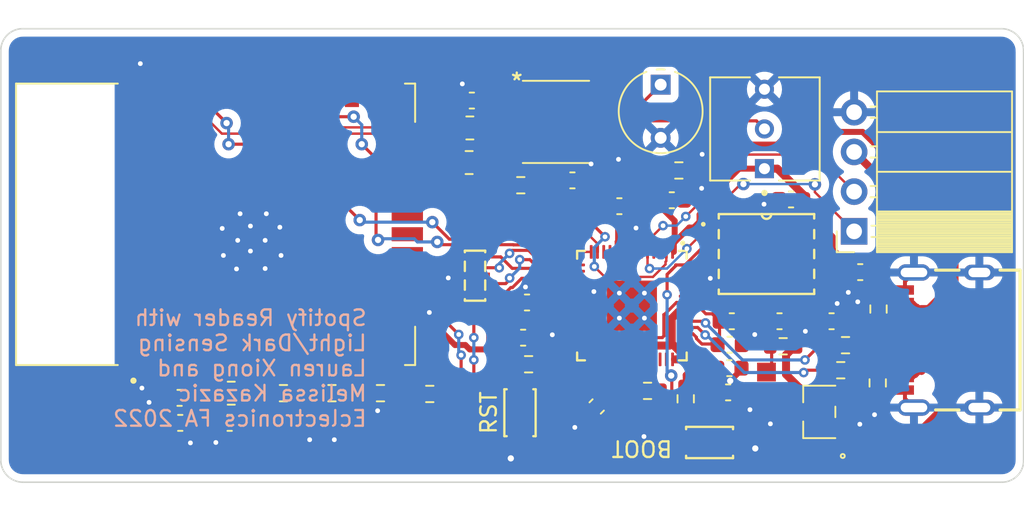
<source format=kicad_pcb>
(kicad_pcb (version 20211014) (generator pcbnew)
  (layers (0 "F.Cu" signal) (31 "B.Cu" signal) (34 "B.Paste" user) (35 "F.Paste" user) (36 "B.SilkS" user "B.Silkscreen") (37 "F.SilkS" user "F.Silkscreen") (38 "B.Mask" user) (39 "F.Mask" user) (44 "Edge.Cuts" user))
  (net 0 "")
  (net 1 "GND")
  (net 2 "+3V3")
  (net 3 "Net-(C10-Pad1)")
  (net 4 "/VBUS")
  (net 5 "/GPIO15")
  (net 6 "/Light_Sensing/AO")
  (net 7 "Net-(D1-Pad2)")
  (net 8 "Net-(D2-Pad2)")
  (net 9 "Net-(D3-Pad2)")
  (net 10 "Net-(D4-Pad2)")
  (net 11 "Net-(D5-Pad2)")
  (net 12 "Net-(D6-Pad1)")
  (net 13 "Net-(D7-Pad1)")
  (net 14 "Net-(J1-PadA5)")
  (net 15 "Net-(J1-PadA6)")
  (net 16 "Net-(J1-PadA7)")
  (net 18 "Net-(J1-PadB5)")
  (net 20 "/GPIO3")
  (net 21 "/GPIO2")
  (net 22 "/RUN")
  (net 23 "/BOOT")
  (net 24 "Net-(R5-Pad2)")
  (net 25 "Net-(R6-Pad2)")
  (net 26 "/GPIO25")
  (net 27 "+3.3V")
  (net 28 "/WiFi_Module/RED")
  (net 29 "/WiFi_Module/GREEN")
  (net 30 "/WiFi_Module/BLUE")
  (net 31 "/GPIO0")
  (net 32 "Net-(RV1-Pad2)")
  (net 33 "/GPIO1")
  (net 34 "/GPIO4")
  (net 35 "/GPIO5")
  (net 36 "/GPIO6")
  (net 37 "/GPIO7")
  (net 38 "/GPIO8")
  (net 39 "/GPIO9")
  (net 40 "/GPIO10")
  (net 41 "/GPIO11")
  (net 42 "/GPIO12")
  (net 43 "/GPIO13")
  (net 44 "/GPIO14")
  (net 45 "Net-(U1-Pad20)")
  (net 46 "Net-(U1-Pad21)")
  (net 47 "/SWCLK")
  (net 48 "/SWDIO")
  (net 49 "/GPIO16")
  (net 50 "/GPIO17")
  (net 51 "/GPIO18")
  (net 52 "/GPIO19")
  (net 53 "/GPIO20")
  (net 54 "/GPIO21")
  (net 55 "/GPIO22")
  (net 56 "/GPIO23")
  (net 57 "/GPIO24")
  (net 58 "/GPIO26")
  (net 59 "/GPIO27")
  (net 60 "/GPIO28")
  (net 61 "/GPIO29")
  (net 62 "Net-(U1-Pad51)")
  (net 63 "Net-(U1-Pad52)")
  (net 64 "Net-(U1-Pad53)")
  (net 65 "Net-(U1-Pad54)")
  (net 66 "Net-(U1-Pad55)")
  (footprint "Capacitor_SMD:C_0603_1608Metric" (layer "F.Cu") (at 140.97 73.6092)
    (fp_text reference "C1" hide)
    (fp_text value "0.1µF")
  )
  (footprint "Capacitor_SMD:C_0603_1608Metric" (layer "F.Cu") (at 130 74.041)
    (fp_text reference "C3" hide)
    (fp_text value "0.1µF" hide)
  )
  (footprint "Final_project:LM393D" (layer "F.Cu") (at 125.95 68.65)
    (fp_text reference "U5" hide)
    (fp_text value "LM393D" hide)
  )
  (footprint "Capacitor_SMD:C_0603_1608Metric" (layer "F.Cu") (at 137.184 81.4)
    (fp_text reference "C11" hide)
    (fp_text value "0.1µF")
  )
  (footprint "Capacitor_SMD:C_0603_1608Metric" (layer "F.Cu") (at 123.85 82.45)
    (fp_text reference "C10" hide)
    (fp_text value "0.1µF")
  )
  (footprint "Capacitor_SMD:C_0603_1608Metric" (layer "F.Cu") (at 101.941 87.9)
    (fp_text reference "C16" hide)
    (fp_text value "10µF" hide)
  )
  (footprint "Final_project:MIC_WSON-8-M" (layer "F.Cu") (at 139.4 77.1)
    (fp_text reference "U3" hide)
    (fp_text value "W25Q128JV" hide)
  )
  (footprint "Final_project:TRIM_T73YU103KT20" (layer "F.Cu") (at 139 69.1 90)
    (fp_text reference "RV1" hide)
    (fp_text value "LDR")
  )
  (footprint "Resistor_SMD:R_0603_1608Metric" (layer "F.Cu") (at 108.535 86 180)
    (fp_text reference "R11" hide)
    (fp_text value "1K")
  )
  (footprint "Resistor_SMD:R_0603_1608Metric" (layer "F.Cu") (at 144.4498 82.931 180)
    (fp_text reference "R6" hide)
    (fp_text value "27Ω")
  )
  (footprint "Capacitor_SMD:C_0603_1608Metric" (layer "F.Cu") (at 105.1 87.9)
    (fp_text reference "C14" hide)
    (fp_text value "1µF" hide)
  )
  (footprint "Resistor_SMD:R_0603_1608Metric" (layer "F.Cu") (at 140.465 83 180)
    (fp_text reference "R8" hide)
    (fp_text value "1K")
  )
  (footprint "Resistor_SMD:R_0603_1608Metric" (layer "F.Cu") (at 111.635 86)
    (fp_text reference "R10" hide)
    (fp_text value "1K")
  )
  (footprint "Resistor_SMD:R_0603_1608Metric" (layer "F.Cu") (at 134.239 86.36 90)
    (fp_text reference "R3" hide)
    (fp_text value "5.1K")
  )
  (footprint "Resistor_SMD:R_0603_1608Metric" (layer "F.Cu") (at 131.8 85.852 180)
    (fp_text reference "R7" hide)
    (fp_text value "1K")
  )
  (footprint "Final_project:LTST-C170TGKT" (layer "F.Cu") (at 139.4 85.7 -90)
    (fp_text reference "D2" hide)
    (fp_text value "PWR")
  )
  (footprint "Final_project:LTST-C170TGKT" (layer "F.Cu") (at 126.2 74.3 180)
    (fp_text reference "D7" hide)
    (fp_text value "SWITCH" hide)
  )
  (footprint "Capacitor_SMD:C_0603_1608Metric" (layer "F.Cu") (at 124.1 80.2)
    (fp_text reference "C4" hide)
    (fp_text value "0.1µF" hide)
  )
  (footprint "Resistor_SMD:R_0603_1608Metric" (layer "F.Cu") (at 114.735 86)
    (fp_text reference "R12" hide)
    (fp_text value "1K")
  )
  (footprint "Final_project:CSTNE" (layer "F.Cu") (at 120.777 78.486 90)
    (fp_text reference "Y1" hide)
    (fp_text value "12MHz" hide)
  )
  (footprint "Capacitor_SMD:C_0603_1608Metric" (layer "F.Cu") (at 145.3896 78.2574)
    (fp_text reference "C13" hide)
    (fp_text value "10µF" hide)
  )
  (footprint "Capacitor_SMD:C_0603_1608Metric" (layer "F.Cu") (at 127 72.39 180)
    (fp_text reference "C17" hide)
    (fp_text value "0.1µF" hide)
  )
  (footprint "Final_project:USB4105-GF-A" (layer "F.Cu") (at 153.003 82.6008 90)
    (fp_text reference "J1" hide)
    (fp_text value "USB4105-GF-A" hide)
  )
  (footprint "Capacitor_SMD:C_0603_1608Metric" (layer "F.Cu") (at 137.0278 84.4)
    (fp_text reference "C8" hide)
    (fp_text value "1µF" hide)
  )
  (footprint "Final_project:KXT321LHS" (layer "F.Cu") (at 135.763 89.154 180)
    (fp_text reference "S2" hide)
    (fp_text value "BOOT")
  )
  (footprint "Resistor_SMD:R_0603_1608Metric" (layer "F.Cu") (at 146.5072 85.344 -90)
    (fp_text reference "R4" hide)
    (fp_text value "5.1K" hide)
  )
  (footprint "Final_project:KXT321LHS" (layer "F.Cu") (at 123.65 87.25 90)
    (fp_text reference "S1" hide)
    (fp_text value "RST")
  )
  (footprint "Resistor_SMD:R_0603_1608Metric" (layer "F.Cu") (at 146.558 80.6196 90)
    (fp_text reference "R1" hide)
    (fp_text value "5.1K" hide)
  )
  (footprint "Resistor_SMD:R_0603_1608Metric" (layer "F.Cu") (at 117.885 86.05)
    (fp_text reference "R13" hide)
    (fp_text value "1K")
  )
  (footprint "Final_project:MODULE_ESP32-WROOM-32" (layer "F.Cu") (at 104.2 75.2 90)
    (fp_text reference "U4" hide)
    (fp_text value "ESP32-WROOM-32" hide)
  )
  (footprint "Final_project:LTST-C170TGKT" (layer "F.Cu") (at 130.3 72.15)
    (fp_text reference "D6" hide)
    (fp_text value "PWR")
  )
  (footprint "Resistor_SMD:R_0805_2012Metric" (layer "F.Cu") (at 120.4 71.25 180)
    (fp_text reference "R16" hide)
    (fp_text value "10K")
  )
  (footprint "Resistor_SMD:R_0805_2012Metric" (layer "F.Cu") (at 105.2 86 180)
    (fp_text reference "R9" hide)
    (fp_text value "10K")
  )
  (footprint "Resistor_SMD:R_0603_1608Metric" (layer "F.Cu") (at 144.145 84.5312 180)
    (fp_text reference "R5" hide)
    (fp_text value "27Ω")
  )
  (footprint "Capacitor_SMD:C_0603_1608Metric" (layer "F.Cu") (at 120.5738 67.2846)
    (fp_text reference "C18" hide)
    (fp_text value "0.1µF")
  )
  (footprint "Capacitor_SMD:C_0603_1608Metric" (layer "F.Cu") (at 143.559 81.4)
    (fp_text reference "C12" hide)
    (fp_text value "10µF")
  )
  (footprint "Final_project:MCP1702T-3302E&slash_CB" (layer "F.Cu") (at 142.7734 87.1982 90)
    (fp_text reference "U2" hide)
    (fp_text value "MCP1702T-3302E_CB" hide)
  )
  (footprint "Resistor_SMD:R_0603_1608Metric" (layer "F.Cu") (at 123.7 72.7 180)
    (fp_text reference "R17" hide)
    (fp_text value "1K" hide)
  )
  (footprint "Capacitor_SMD:C_0603_1608Metric" (layer "F.Cu") (at 101.9 86.3 180)
    (fp_text reference "C15" hide)
    (fp_text value "0.1µF")
  )
  (footprint "Capacitor_SMD:C_0603_1608Metric" (layer "F.Cu") (at 137.05 82.9)
    (fp_text reference "C9" hide)
    (fp_text value "1µF")
  )
  (footprint "Capacitor_SMD:C_0603_1608Metric" (layer "F.Cu") (at 136.95 85.95)
    (fp_text reference "C6" hide)
    (fp_text value "0.1µF" hide)
  )
  (footprint "Final_project:02-LDR4" (layer "F.Cu") (at 132.6388 66.2686 -90)
    (fp_text reference "R18" hide)
    (fp_text value "R_Photo" hide)
  )
  (footprint "Capacitor_SMD:C_0603_1608Metric" (layer "F.Cu") (at 128.55 86.85 -135)
    (fp_text reference "C5" hide)
    (fp_text value "0.1µF")
  )
  (footprint "Capacitor_SMD:C_0603_1608Metric" (layer "F.Cu") (at 140.2334 81.4)
    (fp_text reference "C7" hide)
    (fp_text value "0.1µF")
  )
  (footprint "Final_project:LTST-C170TBKT" (layer "F.Cu") (at 108.839 88.011)
    (fp_text reference "D4" hide)
    (fp_text value "LED")
  )
  (footprint "Connector_PinSocket_2.54mm:PinSocket_1x04_P2.54mm_Horizontal" (layer "F.Cu") (at 145 75.65 180)
    (fp_text reference "J2" hide)
    (fp_text value "Conn_01x04" hide)
  )
  (footprint "Final_project:LTST-C170TBKT" (layer "F.Cu") (at 112.522 88.138 180)
    (fp_text reference "D3" hide)
    (fp_text value "LED")
  )
  (footprint "Resistor_SMD:R_0805_2012Metric" (layer "F.Cu") (at 120.4468 69.0372 180)
    (fp_text reference "R15" hide)
    (fp_text value "10K" hide)
  )
  (footprint "Final_project:LTST-C170TBKT" (layer "F.Cu") (at 116.7384 87.5284 180)
    (fp_text reference "D5" hide)
    (fp_text value "LED")
  )
  (footprint "Resistor_SMD:R_0603_1608Metric" (layer "F.Cu") (at 133.8 71.755)
    (fp_text reference "R14" hide)
    (fp_text value "1K" hide)
  )
  (footprint "Resistor_SMD:R_0603_1608Metric" (layer "F.Cu") (at 124.2 84.15 180)
    (fp_text reference "R2" hide)
    (fp_text value "5.1K")
  )
  (footprint "Capacitor_SMD:C_0603_1608Metric" (layer "F.Cu") (at 133.35 73.66)
    (fp_text reference "C2" hide)
    (fp_text value "0.1µF" hide)
  )
  (footprint "Final_project:LTST-C170TBKT" (layer "F.Cu") (at 131.445 87.503)
    (fp_text reference "D1" hide)
    (fp_text value "LED")
  )
  (footprint "Final_project:RP2040" (layer "F.Cu") (at 130.8 80.4 -90)
    (fp_text reference "U1" hide)
    (fp_text value "RP2040" hide)
  )
  (gr_arc (start 91.8972 91.694) (mid 90.892497 91.280011) (end 90.4748 90.276844) (layer "Edge.Cuts") (width 0.1))
  (gr_line (start 91.8972 62.6872) (end 154.432 62.6872) (layer "Edge.Cuts") (width 0.1))
  (gr_line (start 90.4748 90.276844) (end 90.4748 64.068162) (layer "Edge.Cuts") (width 0.1))
  (gr_arc (start 154.432 62.6872) (mid 155.430349 63.121772) (end 155.829 64.135) (layer "Edge.Cuts") (width 0.1))
  (gr_arc (start 155.829 90.318299) (mid 155.415417 91.295478) (end 154.432 91.694) (layer "Edge.Cuts") (width 0.1))
  (gr_arc (start 90.4748 64.068162) (mid 90.899993 63.083092) (end 91.8972 62.6872) (layer "Edge.Cuts") (width 0.1))
  (gr_line (start 154.432 91.694) (end 91.8972 91.694) (layer "Edge.Cuts") (width 0.1))
  (gr_line (start 155.829 64.135) (end 155.829 90.318299) (layer "Edge.Cuts") (width 0.1))
  (gr_text "Spotify Reader with\nLight/Dark Sensing\nLauren Xiong and \nMelissa Kazazic\nEclectronics FA 2022" (at 113.9444 84.4042) (layer "B.SilkS") (effects (font (size 1 1)) (justify left mirror)))
  (segment (start 128.001992 87.398008) (end 127.943192 87.398008) (width 0.381) (layer "F.Cu") (net 1))
  (segment (start 130.775 75.149) (end 131.064 75.438) (width 0.2032) (layer "F.Cu") (net 1))
  (segment (start 117.781526 80.915) (end 117.8581 80.838426) (width 0.381) (layer "F.Cu") (net 1))
  (segment (start 139.5476 73.6092) (end 139.2428 73.914) (width 0.2) (layer "F.Cu") (net 1))
  (segment (start 107.3404 76.2) (end 107.3658 76.2254) (width 0.2) (layer "F.Cu") (net 1))
  (segment (start 144.8692 79.5528) (end 144.6276 79.5528) (width 0.254) (layer "F.Cu") (net 1))
  (segment (start 98.94 65.3726) (end 99.3902 64.9224) (width 0.2) (layer "F.Cu") (net 1))
  (segment (start 137.495 79.005) (end 136.7076 79.005) (width 0.508) (layer "F.Cu") (net 1))
  (segment (start 111.472 88.138) (end 111.472 88.6628) (width 0.2032) (layer "F.Cu") (net 1))
  (segment (start 105.6386 76.2) (end 105.6132 76.2254) (width 0.2) (layer "F.Cu") (net 1))
  (segment (start 104.325 87.9) (end 104.325 89.0452) (width 0.25) (layer "F.Cu") (net 1))
  (segment (start 124.875 80.2) (end 124.875 80.084358) (width 0.25) (layer "F.Cu") (net 1))
  (segment (start 124.875 80.084358) (end 124.000071 79.209429) (width 0.25) (layer "F.Cu") (net 1))
  (segment (start 104.325 89.0452) (end 104.2162 89.154) (width 0.25) (layer "F.Cu") (net 1))
  (segment (start 131.572 88.773) (end 132.495 87.85) (width 0.508) (layer "F.Cu") (net 1))
  (segment (start 134.625 71.386396) (end 135.289098 70.722298) (width 0.25) (layer "F.Cu") (net 1))
  (segment (start 132.495 87.85) (end 132.495 87.503) (width 0.508) (layer "F.Cu") (net 1))
  (segment (start 137.959 81.4) (end 137.959 81.559) (width 0.2) (layer "F.Cu") (net 1))
  (segment (start 130.775 74.041) (end 130.775 75.149) (width 0.2032) (layer "F.Cu") (net 1))
  (segment (start 148.248 86.3458) (end 148.823 86.9208) (width 0.254) (layer "F.Cu") (net 1))
  (segment (start 106.44 75.325) (end 106.426 75.311) (width 0.2) (layer "F.Cu") (net 1))
  (segment (start 129.455 70.555) (end 129.9438 71.0438) (width 0.25) (layer "F.Cu") (net 1))
  (segment (start 146.558 79.7946) (end 145.593572 79.7946) (width 0.2) (layer "F.Cu") (net 1))
  (segment (start 140.195 73.6092) (end 139.5476 73.6092) (width 0.2) (layer "F.Cu") (net 1))
  (segment (start 137.388 89.154) (end 138.303 89.154) (width 0.381) (layer "F.Cu") (net 1))
  (segment (start 146.1646 78.2574) (end 144.8692 79.5528) (width 0.254) (layer "F.Cu") (net 1))
  (segment (start 127.943192 87.398008) (end 127.1524 88.1888) (width 0.381) (layer "F.Cu") (net 1))
  (segment (start 116.45 80.915) (end 117.781526 80.915) (width 0.381) (layer "F.Cu") (net 1))
  (segment (start 128.192397 71.338058) (end 127.775 71.755455) (width 0.2) (layer "F.Cu") (net 1))
  (segment (start 146.5072 86.169) (end 146.5072 87.1728) (width 0.254) (layer "F.Cu") (net 1))
  (segment (start 134.625 71.755) (end 134.625 71.386396) (width 0.25) (layer "F.Cu") (net 1))
  (segment (start 136.7076 79.005) (end 136.159611 79.005) (width 0.508) (layer "F.Cu") (net 1))
  (segment (start 148.248 78.8558) (end 148.823 78.2808) (width 0.254) (layer "F.Cu") (net 1))
  (segment (start 100.2376 86.3) (end 99.949 86.5886) (width 0.25) (layer "F.Cu") (net 1))
  (segment (start 101.125 86.3) (end 100.2376 86.3) (width 0.25) (layer "F.Cu") (net 1))
  (segment (start 127.3625 79.4) (end 128.2696 79.4) (width 0.2) (layer "F.Cu") (net 1))
  (segment (start 145.593572 79.7946) (end 145.231486 80.156686) (width 0.2) (layer "F.Cu") (net 1))
  (segment (start 141.2424 81.4) (end 141.8844 82.042) (width 0.2) (layer "F.Cu") (net 1))
  (segment (start 148.248 79.4008) (end 148.248 78.8558) (width 0.254) (layer "F.Cu") (net 1))
  (segment (start 120.777 78.486) (end 119.2106 78.486) (width 0.381) (layer "F.Cu") (net 1))
  (segment (start 137.959 81.559) (end 138.65 82.25) (width 0.2) (layer "F.Cu") (net 1))
  (segment (start 139.4 77.1) (end 137.495 79.005) (width 0.508) (layer "F.Cu") (net 1))
  (segment (start 128.67415 70.555) (end 129.455 70.555) (width 0.25) (layer "F.Cu") (net 1))
  (segment (start 127.775 71.755455) (end 127.775 72.39) (width 0.2) (layer "F.Cu") (net 1))
  (segment (start 137.825 82.9) (end 138 82.9) (width 0.381) (layer "F.Cu") (net 1))
  (segment (start 102.716 89.054) (end 102.5906 89.1794) (width 0.25) (layer "F.Cu") (net 1))
  (segment (start 125.529704 82.45) (end 124.625 82.45) (width 0.25) (layer "F.Cu") (net 1))
  (segment (start 143.9686 88.148201) (end 145.201599 88.148201) (width 0.2) (layer "F.Cu") (net 1))
  (segment (start 137.725 86.4366) (end 138.344 87.0556) (width 0.2) (layer "F.Cu") (net 1))
  (segment (start 110.2106 88.9762) (end 110.2106 88.3326) (width 0.2032) (layer "F.Cu") (net 1))
  (segment (start 137.725 85.95) (end 137.725 86.4366) (width 0.2) (layer "F.Cu") (net 1))
  (segment (start 111.472 88.6628) (end 111.7854 88.9762) (width 0.2032) (layer "F.Cu") (net 1))
  (segment (start 137.8028 84.490304) (end 137.080885 85.212219) (width 0.381) (layer "F.Cu") (net 1))
  (segment (start 114.9604 87.5284) (end 115.6884 87.5284) (width 0.254) (layer "F.Cu") (net 1))
  (segment (start 119.7988 66.3832) (end 119.9642 66.2178) (width 0.25) (layer "F.Cu") (net 1))
  (segment (start 148.248 85.8008) (end 148.248 86.3458) (width 0.254) (layer "F.Cu") (net 1))
  (segment (start 114.554 87.122) (end 114.9604 87.5284) (width 0.254) (layer "F.Cu") (net 1))
  (segment (start 139.4 86.75) (end 139.4 87.711) (width 0.508) (layer "F.Cu") (net 1))
  (segment (start 98.94 85.1224) (end 99.4918 85.6742) (width 0.508) (layer "F.Cu") (net 1))
  (segment (start 138.303 89.154) (end 138.684 89.535) (width 0.381) (layer "F.Cu") (net 1))
  (segment (start 123.65 88.875) (end 123.65 89.583) (width 0.254) (layer "F.Cu") (net 1))
  (segment (start 123.65 89.583) (end 123.063 90.17) (width 0.254) (layer "F.Cu") (net 1))
  (segment (start 142.784 81.3964) (end 143.9164 80.264) (width 0.2) (layer "F.Cu") (net 1))
  (segment (start 98.94 66.7) (end 98.94 65.3726) (width 0.2) (layer "F.Cu") (net 1))
  (segment (start 134.493 73.66) (end 134.125 73.66) (width 0.2) (layer "F.Cu") (net 1))
  (segment (start 104.2722 87.9) (end 102.7 87.9) (width 0.508) (layer "F.Cu") (net 1))
  (segment (start 137.8028 84.4) (end 137.8028 84.490304) (width 0.381) (layer "F.Cu") (net 1))
  (segment (start 142.784 81.4) (end 142.784 81.3964) (width 0.2) (layer "F.Cu") (net 1))
  (segment (start 102.716 87.9) (end 102.716 89.054) (width 0.25) (layer "F.Cu") (net 1))
  (segment (start 139.4 87.711) (end 139.6492 87.9602) (width 0.508) (layer "F.Cu") (net 1))
  (segment (start 119.2106 78.486) (end 119.0667 78.6299) (width 0.381) (layer "F.Cu") (net 1))
  (segment (start 145.201599 88.148201) (end 145.3642 87.9856) (width 0.2) (layer "F.Cu") (net 1))
  (segment (start 137.734 84.5216) (end 137.8556 84.4) (width 0.508) (layer "F.Cu") (net 1))
  (segment (start 136.159611 79.005) (end 135.810034 78.655423) (width 0.508) (layer "F.Cu") (net 1))
  (segment (start 146.5072 87.1728) (end 146.304 87.376) (width 0.254) (layer "F.Cu") (net 1))
  (segment (start 138 82.9) (end 138.65 82.25) (width 0.1524) (layer "F.Cu") (net 1))
  (segment (start 98.94 83.7) (end 98.94 85.1224) (width 0.508) (layer "F.Cu") (net 1))
  (segment (start 141.0084 81.4) (end 141.2424 81.4) (width 0.2) (layer "F.Cu") (net 1))
  (segment (start 135.255 72.898) (end 134.493 73.66) (width 0.2) (layer "F.Cu") (net 1))
  (segment (start 137.825 84.3778) (end 137.8028 84.4) (width 0.381) (layer "F.Cu") (net 1))
  (segment (start 128.2696 79.4) (end 128.3716 79.502) (width 0.2) (layer "F.Cu") (net 1))
  (segment (start 125.714852 82.264852) (end 125.529704 82.45) (width 0.25) (layer "F.Cu") (net 1))
  (segment (start 106.44 76.8972) (end 106.426 76.9112) (width 0.2) (layer "F.Cu") (net 1))
  (segment (start 119.7988 67.2846) (end 119.7988 66.3832) (width 0.25) (layer "F.Cu") (net 1))
  (via (at 105.537 78.0542) (size 0.6096) (drill 0.3048) (layers "F.Cu" "B.Cu") (net 1))
  (via (at 138.65 82.25) (size 0.6096) (drill 0.3048) (layers "F.Cu" "B.Cu") (net 1))
  (via (at 138.684 89.535) (size 0.8) (drill 0.4) (layers "F.Cu" "B.Cu") (net 1))
  (via (at 104.6988 77.1906) (size 0.6096) (drill 0.3048) (layers "F.Cu" "B.Cu") (net 1))
  (via (at 144.6276 79.5528) (size 0.6096) (drill 0.3048) (layers "F.Cu" "B.Cu") (net 1))
  (via (at 145.3642 87.9856) (size 0.6096) (drill 0.3048) (layers "F.Cu" "B.Cu") (net 1))
  (via (at 99.4918 85.6742) (size 0.6096) (drill 0.3048) (layers "F.Cu" "B.Cu") (net 1))
  (via (at 104.2162 89.154) (size 0.6096) (drill 0.3048) (layers "F.Cu" "B.Cu") (net 1))
  (via (at 135.810034 78.655423) (size 0.6096) (drill 0.3048) (layers "F.Cu" "B.Cu") (net 1))
  (via (at 125.714852 82.264852) (size 0.6096) (drill 0.3048) (layers "F.Cu" "B.Cu") (net 1))
  (via (at 145.231486 80.156686) (size 0.6096) (drill 0.3048) (layers "F.Cu" "B.Cu") (net 1))
  (via (at 105.7656 74.5236) (size 0.6096) (drill 0.3048) (layers "F.Cu" "B.Cu") (net 1))
  (via (at 139.6492 87.9602) (size 0.6096) (drill 0.3048) (layers "F.Cu" "B.Cu") (net 1))
  (via (at 128.192397 71.338058) (size 0.6096) (drill 0.3048) (layers "F.Cu" "B.Cu") (net 1))
  (via (at 128.3716 79.502) (size 0.6096) (drill 0.3048) (layers "F.Cu" "B.Cu") (net 1))
  (via (at 124.000071 79.209429) (size 0.6096) (drill 0.3048) (layers "F.Cu" "B.Cu") (net 1))
  (via (at 111.7854 88.9762) (size 0.6096) (drill 0.3048) (layers "F.Cu" "B.Cu") (net 1))
  (via (at 102.5906 89.1794) (size 0.6096) (drill 0.3048) (layers "F.Cu" "B.Cu") (net 1))
  (via (at 108.3056 75.3872) (size 0.6096) (drill 0.3048) (layers "F.Cu" "B.Cu") (net 1))
  (via (at 143.9164 80.264) (size 0.6096) (drill 0.3048) (layers "F.Cu" "B.Cu") (net 1))
  (via (at 131.572 88.773) (size 0.6096) (drill 0.3048) (layers "F.Cu" "B.Cu") (net 1))
  (via (at 106.426 75.311) (size 0.6096) (drill 0.3048) (layers "F.Cu" "B.Cu") (net 1))
  (via (at 131.064 75.438) (size 0.6096) (drill 0.3048) (layers "F.Cu" "B.Cu") (net 1))
  (via (at 110.2106 88.9762) (size 0.6096) (drill 0.3048) (layers "F.Cu" "B.Cu") (net 1))
  (via (at 114.554 87.122) (size 0.6096) (drill 0.3048) (layers "F.Cu" "B.Cu") (net 1))
  (via (at 107.442 74.5236) (size 0.6096) (drill 0.3048) (layers "F.Cu" "B.Cu") (net 1))
  (via (at 141.8844 82.042) (size 0.6096) (drill 0.3048) (layers "F.Cu" "B.Cu") (net 1))
  (via (at 119.0667 78.6299) (size 0.6096) (drill 0.3048) (layers "F.Cu" "B.Cu") (net 1))
  (via (at 108.3818 77.1906) (size 0.6096) (drill 0.3048) (layers "F.Cu" "B.Cu") (net 1))
  (via (at 146.304 87.376) (size 0.6096) (drill 0.3048) (layers "F.Cu" "B.Cu") (net 1))
  (via (at 119.9642 66.2178) (size 0.6096) (drill 0.3048) (layers "F.Cu" "B.Cu") (net 1))
  (via (at 106.426 76.9112) (size 0.6096) (drill 0.3048) (layers "F.Cu" "B.Cu") (net 1))
  (via (at 127.1524 88.1888) (size 0.6096) (drill 0.3048) (layers "F.Cu" "B.Cu") (net 1))
  (via (at 123.063 90.17) (size 0.8) (drill 0.4) (layers "F.Cu" "B.Cu") (net 1))
  (via (at 104.6226 75.4634) (size 0.6096) (drill 0.3048) (layers "F.Cu" "B.Cu") (net 1))
  (via (at 139.2428 73.914) (size 0.6096) (drill 0.3048) (layers "F.Cu" "B.Cu") (net 1))
  (via (at 117.8581 80.838426) (size 0.6096) (drill 0.3048) (layers "F.Cu" "B.Cu") (net 1))
  (via (at 99.949 86.5886) (size 0.6096) (drill 0.3048) (layers "F.Cu" "B.Cu") (net 1))
  (via (at 135.289098 70.722298) (size 0.6096) (drill 0.3048) (layers "F.Cu" "B.Cu") (net 1))
  (via (at 135.255 72.898) (size 0.6096) (drill 0.3048) (layers "F.Cu" "B.Cu") (net 1))
  (via (at 105.6132 76.2254) (size 0.6096) (drill 0.3048) (layers "F.Cu" "B.Cu") (net 1))
  (via (at 107.3658 76.2254) (size 0.6096) (drill 0.3048) (layers "F.Cu" "B.Cu") (net 1))
  (via (at 129.9438 71.0438) (size 0.6096) (drill 0.3048) (layers "F.Cu" "B.Cu") (net 1))
  (via (at 99.3902 64.9224) (size 0.6096) (drill 0.3048) (layers "F.Cu" "B.Cu") (net 1))
  (via (at 138.344 87.0556) (size 0.6096) (drill 0.3048) (layers "F.Cu" "B.Cu") (net 1))
  (via (at 107.3658 78.0288) (size 0.6096) (drill 0.3048) (layers "F.Cu" "B.Cu") (net 1))
  (via (at 137.080885 85.212219) (size 0.8) (drill 0.4) (layers "F.Cu" "B.Cu") (net 1))
  (segment (start 129.225 74.615) (end 129.921 75.311) (width 0.381) (layer "F.Cu") (net 2))
  (segment (start 133.347901 81.213723) (end 133.761624 80.8) (width 0.508) (layer "F.Cu") (net 2))
  (segment (start 138.934294 88.719) (end 135.65 85.434706) (width 0.508) (layer "F.Cu") (net 2))
  (segment (start 133.7655 71.262593) (end 133.7655 72.4695) (width 0.381) (layer "F.Cu") (net 2))
  (segment (start 135.577101 70.026998) (end 135.001095 70.026998) (width 0.381) (layer "F.Cu") (net 2))
  (segment (start 126.225 72.25) (end 124.53 70.555) (width 0.381) (layer "F.Cu") (net 2))
  (segment (start 145.542 69.2912) (end 140.8938 69.2912) (width 0.381) (layer "F.Cu") (net 2))
  (segment (start 129.945699 82.954301) (end 129.9 83) (width 0.508) (layer "F.Cu") (net 2))
  (segment (start 129.225 74.041) (end 129.225 74.615) (width 0.381) (layer "F.Cu") (net 2))
  (segment (start 129.098008 86.301992) (end 129.8 85.6) (width 0.381) (layer "F.Cu") (net 2))
  (segment (start 123.325 80.2) (end 124.1429 81.0179) (width 0.381) (layer "F.Cu") (net 2))
  (segment (start 120.43728 83.2) (end 121.681 83.2) (width 0.381) (layer "F.Cu") (net 2))
  (segment (start 123.22585 70.555) (end 122.53085 71.25) (width 0.381) (layer "F.Cu") (net 2))
  (segment (start 140.8938 69.2912) (end 140.0855 70.0995) (width 0.381) (layer "F.Cu") (net 2))
  (segment (start 126.225 72.39) (end 126.225 72.25) (width 0.381) (layer "F.Cu") (net 2))
  (segment (start 148.5641 89.0021) (end 151.482768 86.083432) (width 0.381) (layer "F.Cu") (net 2))
  (segment (start 101.182 87.9) (end 101.182 87.8185) (width 0.381) (layer "F.Cu") (net 2))
  (segment (start 121.69 81.835) (end 123.325 80.2) (width 0.381) (layer "F.Cu") (net 2))
  (segment (start 121.681 81.835) (end 121.69 81.835) (width 0.381) (layer "F.Cu") (net 2))
  (segment (start 142.0924 75.195) (end 142.7401 75.195) (width 0.508) (layer "F.Cu") (net 2))
  (segment (start 142.7401 75.195) (end 143.5608 76.0157) (width 0.508) (layer "F.Cu") (net 2))
  (segment (start 129.098008 86.301992) (end 122.849276 86.301992) (width 0.381) (layer "F.Cu") (net 2))
  (segment (start 122.849276 86.301992) (end 122.5571 86.009816) (width 0.381) (layer "F.Cu") (net 2))
  (segment (start 122.5571 84.9679) (end 123.375 84.15) (width 0.381) (layer "F.Cu") (net 2))
  (segment (start 101.182 87.8185) (end 102.684 86.3165) (width 0.381) (layer "F.Cu") (net 2))
  (segment (start 134.464887 75.4068) (end 133.4805 76.391187) (width 0.381) (layer "F.Cu") (net 2))
  (segment (start 134.0625 83.5375) (end 133.7625 83.8375) (width 0.508) (layer "F.Cu") (net 2))
  (segment (start 121.3593 69.0372) (end 121.8692 69.0372) (width 0.254) (layer "F.Cu") (net 2))
  (segment (start 100.21 83.7) (end 100.21 84.51) (width 0.381) (layer "F.Cu") (net 2))
  (segment (start 130.0905 73.1755) (end 129.225 74.041) (width 0.381) (layer "F.Cu") (net 2))
  (segment (start 128.666 74.3) (end 129.216 73.75) (width 0.508) (layer "F.Cu") (net 2))
  (segment (start 129.8 76.9625) (end 129.8 76.3005) (width 0.2032) (layer "F.Cu") (net 2))
  (segment (start 151.482768 86.083432) (end 151.482768 75.231968) (width 0.381) (layer "F.Cu") (net 2))
  (segment (start 134.0625 83.5375) (end 133.346 82.821) (width 0.508) (layer "F.Cu") (net 2))
  (segment (start 133.346 82.821) (end 133.347901 82.819099) (width 0.508) (layer "F.Cu") (net 2))
  (segment (start 134.239 84.836) (end 134.8875 84.1875) (width 0.381) (layer "F.Cu") (net 2))
  (segment (start 133.346 82.821) (end 133.212699 82.954301) (width 0.508) (layer "F.Cu") (net 2))
  (segment (start 129.8 85.6) (end 129.8 84.6776) (width 0.381) (layer "F.Cu") (net 2))
  (segment (start 121.681 83.2) (end 121.681 81.835) (width 0.381) (layer "F.Cu") (net 2))
  (segment (start 124.53 70.555) (end 124.53 69.0056) (width 0.381) (layer "F.Cu") (net 2))
  (segment (start 133.5336 74.978087) (end 133.5336 76.338087) (width 0.381) (layer "F.Cu") (net 2))
  (segment (start 122.53085 71.25) (end 121.3125 71.25) (width 0.381) (layer "F.Cu") (net 2))
  (segment (start 101.806328 85.4) (end 102.684 86.277672) (width 0.381) (layer "F.Cu") (net 2))
  (segment (start 135.1222 74.579814) (end 135.1222 75.037736) (width 0.381) (layer "F.Cu") (net 2))
  (segment (start 129.8 83.8375) (end 129.8 83.1) (width 0.2032) (layer "F.Cu") (net 2))
  (segment (start 140.462 87.884) (end 140.462 88.220506) (width 0.508) (layer "F.Cu") (net 2))
  (segment (start 135.001095 70.026998) (end 133.7655 71.262593) (width 0.381) (layer "F.Cu") (net 2))
  (segment (start 134.2375 83.5375) (end 134.0625 83.5375) (width 0.508) (layer "F.Cu") (net 2))
  (segment (start 122.95 84.15) (end 122.2 83.4) (width 0.381) (layer "F.Cu") (net 2))
  (segment (start 127.25 74.3) (end 128.666 74.3) (width 0.508) (layer "F.Cu") (net 2))
  (segment (start 100.21 83.7) (end 100.21 82.319) (width 0.381) (layer "F.Cu") (net 2))
  (segment (start 135.649603 70.0995) (end 135.577101 70.026998) (width 0.381) (layer "F.Cu") (net 2))
  (segment (start 129.8 84.6776) (end 129.8 83.8375) (width 0.2032) (layer "F.Cu") (net 2))
  (segment (start 129.216 73.75) (end 129.25 73.716) (width 0.508) (layer "F.Cu") (net 2))
  (segment (start 133.4805 76.391187) (end 133.4805 76.9625) (width 0.381) (layer "F.Cu") (net 2))
  (segment (start 141.35 85.65) (end 140.462 86.538) (width 0.508) (layer "F.Cu") (net 2))
  (segment (start 135.1222 75.037736) (end 134.753136 75.4068) (width 0.381) (layer "F.Cu") (net 2))
  (segment (start 132.0905 73.1755) (end 130.0905 73.1755) (width 0.381) (layer "F.Cu") (net 2))
  (segment (start 140.0855 70.0995) (end 135.649603 70.0995) (width 0.381) (layer "F.Cu") (net 2))
  (segment (start 140.462 88.220506) (end 139.963506 88.719) (width 0.508) (layer "F.Cu") (net 2))
  (segment (start 140.462 87.884) (end 141.5801 89.0021) (width 0.381) (layer "F.Cu") (net 2))
  (segment (start 133.761624 80.8) (end 134.4 80.8) (width 0.508) (layer "F.Cu") (net 2))
  (segment (start 129.25 73.716) (end 129.25 72.15) (width 0.508) (layer "F.Cu") (net 2))
  (segment (start 127.25 74.3) (end 127.25 73.415) (width 0.508) (layer "F.Cu") (net 2))
  (segment (start 140.65 83.55) (end 141.2 83) (width 0.508) (layer "F.Cu") (net 2))
  (segment (start 151.482768 75.231968) (end 145.542 69.2912) (width 0.381) (layer "F.Cu") (net 2))
  (segment (start 140.093 71.64) (end 139.34 71.64) (width 0.508) (layer "F.Cu") (net 2))
  (segment (start 129.8 83.1) (end 129.9 83) (width 0.2032) (layer "F.Cu") (net 2))
  (segment (start 126.664 80.6) (end 126.6444 80.6196) (width 0.254) (layer "F.Cu") (net 2))
  (segment (start 121.8692 69.0372) (end 122.2982 68.6082) (width 0.254) (layer "F.Cu") (net 2))
  (segment (start 127.25 73.415) (end 126.225 72.39) (width 0.508) (layer "F.Cu") (net 2))
  (segment (start 101.1 85.4) (end 101.806328 85.4) (width 0.381) (layer "F.Cu") (net 2))
  (segment (start 142.1 86.25) (end 141.5 85.65) (width 0.508) (layer "F.Cu") (net 2))
  (segment (start 124.53 69.0056) (end 124.1552 68.6308) (width 0.381) (layer "F.Cu") (net 2))
  (segment (start 124.53 70.555) (end 123.22585 70.555) (width 0.381) (layer "F.Cu") (net 2))
  (segment (start 100.21 82.319) (end 100.37132 82.15768) (width 0.381) (layer "F.Cu") (net 2))
  (segment (start 124.1429 81.0179) (end 126.0937 81.0179) (width 0.381) (layer "F.Cu") (net 2))
  (segment (start 142.0924 75.195) (end 142.0924 73.9566) (width 0.508) (layer "F.Cu") (net 2))
  (segment (start 143.5608 76.0157) (end 143.5608 76.810931) (width 0.508) (layer "F.Cu") (net 2))
  (segment (start 143.5608 76.810931) (end 144.6146 77.864731) (width 0.508) (layer "F.Cu") (net 2))
  (segment (start 136.2 84.4) (end 135.65 84.95) (width 0.508) (layer "F.Cu") (net 2))
  (segment (start 135.65 85.434706) (end 135.65 84.95) (width 0.508) (layer "F.Cu") (net 2))
  (segment (start 132.575 73.66) (end 132.0905 73.1755) (width 0.381) (layer "F.Cu") (net 2))
  (segment (start 124.1326 68.6082) (end 124.1552 68.6308) (width 0.254) (layer "F.Cu") (net 2))
  (segment (start 140.462 86.538) (end 140.462 87.884) (width 0.508) (layer "F.Cu") (net 2))
  (segment (start 133.212699 82.954301) (end 129.945699 82.954301) (width 0.508) (layer "F.Cu") (net 2))
  (segment (start 122 83.2) (end 122.2 83.4) (width 0.381) (layer "F.Cu") (net 2))
  (segment (start 126.0937 81.0179) (end 126.492 80.6196) (width 0.381) (layer "F.Cu") (net 2))
  (segment (start 136.525 72.771) (end 136.525 73.177014) (width 0.381) (layer "F.Cu") (net 2))
  (segment (start 129.921 75.311) (end 129.921 76.1795) (width 0.381) (layer "F.Cu") (net 2))
  (segment (start 127.3625 80.6) (end 126.664 80.6) (width 0.254) (layer "F.Cu") (net 2))
  (segment (start 122.2982 68.6082) (end 124.1326 68.6082) (width 0.254) (layer "F.Cu") (net 2))
  (segment (start 100.37132 82.15768) (end 118.7328 82.15768) (width 0.381) (layer "F.Cu") (net 2))
  (segment (start 123.475 84.15) (end 122.95 84.15) (width 0.381) (layer "F.Cu") (net 2))
  (segment (start 140.65 84.8) (end 140.65 83.55) (width 0.508) (layer "F.Cu") (net 2))
  (segment (start 134.239 85.535) (end 134.239 84.836) (width 0.381) (layer "F.Cu") (net 2))
  (segment (start 100.21 84.51) (end 101.1 85.4) (width 0.381) (layer "F.Cu") (net 2))
  (segment (start 141.5 85.65) (end 140.65 84.8) (width 0.508) (layer "F.Cu") (net 2))
  (segment (start 119.49392 82.9188) (end 120.15608 82.9188) (width 0.381) (layer "F.Cu") (net 2))
  (segment (start 139.632 81.432) (end 139.632 81.4) (width 0.2032) (layer "F.Cu") (net 2))
  (segment (start 141.5 85.65) (end 141.35 85.65) (width 0.508) (layer "F.Cu") (net 2))
  (segment (start 133.5336 76.338087) (end 133.4805 76.391187) (width 0.381) (layer "F.Cu") (net 2))
  (segment (start 134.8875 84.1875) (end 134.2375 83.5375) (width 0.508) (layer "F.Cu") (net 2))
  (segment (start 133.7655 72.4695) (end 132.575 73.66) (width 0.381) (layer "F.Cu") (net 2))
  (segment (start 102.684 86.277672) (end 102.684 86.3) (width 0.381) (layer "F.Cu") (net 2))
  (segment (start 143.9686 86.248199) (end 142.098199 86.248199) (width 0.508) (layer "F.Cu") (net 2))
  (segment (start 144.6146 77.864731) (end 144.6146 78.2574) (width 0.508) (layer "F.Cu") (net 2))
  (segment (start 134.753136 75.4068) (end 134.464887 75.4068) (width 0.381) (layer "F.Cu") (net 2))
  (segment (start 122.5571 86.009816) (end 122.5571 84.9679) (width 0.381) (layer "F.Cu") (net 2))
  (segment (start 133.347901 82.819099) (end 133.347901 81.213723) (width 0.508) (layer "F.Cu") (net 2))
  (segment (start 141.745 73.292) (end 140.093 71.64) (width 0.508) (layer "F.Cu") (net 2))
  (segment (start 102.684 86.3165) (end 102.684 86.3) (width 0.381) (layer "F.Cu") (net 2))
  (segment (start 121.681 83.2) (end 122 83.2) (width 0.381) (layer "F.Cu") (net 2))
  (segment (start 141.5801 89.0021) (end 148.5641 89.0021) (width 0.381) (layer "F.Cu") (net 2))
  (segment (start 132.575 73.66) (end 132.575 74.019487) (width 0.381) (layer "F.Cu") (net 2))
  (segment (start 141.745 73.6092) (end 141.745 73.292) (width 0.508) (layer "F.Cu") (net 2))
  (segment (start 141.2 83) (end 139.632 81.432) (width 0.2032) (layer "F.Cu") (net 2))
  (segment (start 137.656 71.64) (end 136.525 72.771) (width 0.381) (layer "F.Cu") (net 2))
  (segment (start 134.2375 83.5375) (end 134.2375 82.754) (width 0.508) (layer "F.Cu") (net 2))
  (segment (start 139.963506 88.719) (end 138.934294 88.719) (width 0.508) (layer "F.Cu") (net 2))
  (segment (start 120.15608 82.9188) (end 120.43728 83.2) (width 0.381) (layer "F.Cu") (net 2))
  (segment (start 133.7625 83.8375) (end 133.554 83.8375) (width 0.508) (layer "F.Cu") (net 2))
  (segment (start 129.8 76.3005) (end 129.921 76.1795) (width 0.2032) (layer "F.Cu") (net 2))
  (segment (start 135.65 84.95) (end 134.8875 84.1875) (width 0.508) (layer "F.Cu") (net 2))
  (segment (start 139.27 71.64) (end 137.656 71.64) (width 0.381) (layer "F.Cu") (net 2))
  (segment (start 118.7328 82.15768) (end 119.49392 82.9188) (width 0.381) (layer "F.Cu") (net 2))
  (segment (start 126.492 80.6196) (end 126.6444 80.6196) (width 0.381) (layer "F.Cu") (net 2))
  (segment (start 142.0924 73.9566) (end 141.745 73.6092) (width 0.508) (layer "F.Cu") (net 2))
  (segment (start 132.575 74.019487) (end 133.5336 74.978087) (width 0.381) (layer "F.Cu") (net 2))
  (segment (start 136.525 73.177014) (end 135.1222 74.579814) (width 0.381) (layer "F.Cu") (net 2))
  (segment (start 132.842 82.3468) (end 132.7404 82.4484) (width 0.2) (layer "F.Cu") (net 3))
  (segment (start 135.52431 80.9244) (end 135.9334 80.9244) (width 0.2) (layer "F.Cu") (net 3))
  (segment (start 134.2375 80.2) (end 133.646172 80.2) (width 0.2) (layer "F.Cu") (net 3))
  (segment (start 126.063592 81.64) (end 123.885 81.64) (width 0.1524) (layer "F.Cu") (net 3))
  (segment (start 135.9334 80.9244) (end 136.409 81.4) (width 0.2) (layer "F.Cu") (net 3))
  (segment (start 128.0524 81.231813) (end 127.820587 81) (width 0.2) (layer "F.Cu") (net 3))
  (segment (start 134.923582 82.504469) (end 135.274713 82.8556) (width 0.2) (layer "F.Cu") (net 3))
  (segment (start 135.274713 82.8556) (end 136.4 82.8556) (width 0.2) (layer "F.Cu") (net 3))
  (segment (start 134.2375 80.2) (end 134.79991 80.2) (width 0.2) (layer "F.Cu") (net 3))
  (segment (start 123.885 81.64) (end 123.075 82.45) (width 0.1524) (layer "F.Cu") (net 3))
  (segment (start 126.81779 81.038201) (end 126.665391 81.038201) (width 0.1524) (layer "F.Cu") (net 3))
  (segment (start 134.695313 82.2) (end 134.923582 82.428269) (width 0.2) (layer "F.Cu") (net 3))
  (segment (start 127.3625 81) (end 126.855991 81) (width 0.1524) (layer "F.Cu") (net 3))
  (segment (start 126.665391 81.038201) (end 126.063592 81.64) (width 0.1524) (layer "F.Cu") (net 3))
  (segment (start 134.2375 82.2) (end 134.695313 82.2) (width 0.2) (layer "F.Cu") (net 3))
  (segment (start 134.79991 80.2) (end 135.52431 80.9244) (width 0.2) (layer "F.Cu") (net 3))
  (segment (start 126.855991 81) (end 126.81779 81.038201) (width 0.1524) (layer "F.Cu") (net 3))
  (segment (start 129.0828 82.4484) (end 128.0524 81.418) (width 0.2) (layer "F.Cu") (net 3))
  (segment (start 132.870972 80.9752) (end 132.842 80.9752) (width 0.2) (layer "F.Cu") (net 3))
  (segment (start 128.0524 81.418) (end 128.0524 81.231813) (width 0.2) (layer "F.Cu") (net 3))
  (segment (start 134.923582 82.428269) (end 134.923582 82.504469) (width 0.2) (layer "F.Cu") (net 3))
  (segment (start 136.4 82.8556) (end 136.4 81.4) (width 0.2) (layer "F.Cu") (net 3))
  (segment (start 132.842 80.9752) (end 132.842 82.3468) (width 0.2) (layer "F.Cu") (net 3))
  (segment (start 133.646172 80.2) (end 132.870972 80.9752) (width 0.2) (layer "F.Cu") (net 3))
  (segment (start 132.7404 82.4484) (end 129.0828 82.4484) (width 0.2) (layer "F.Cu") (net 3))
  (segment (start 127.820587 81) (end 127.3625 81) (width 0.2) (layer "F.Cu") (net 3))
  (segment (start 145.0156 81.4) (end 144.334 81.4) (width 0.254) (layer "F.Cu") (net 4))
  (segment (start 148.7808 80.2008) (end 148.9964 80.4164) (width 0.254) (layer "F.Cu") (net 4))
  (segment (start 148.9416 84.8908) (end 149.2504 84.582) (width 0.254) (layer "F.Cu") (net 4))
  (segment (start 148.7892 84.8908) (end 148.807999 84.8908) (width 0.254) (layer "F.Cu") (net 4))
  (segment (start 150.7707 79.6073) (end 149.7584 80.6196) (width 0.508) (layer "F.Cu") (net 4))
  (segment (start 145.0086 87.1982) (end 141.5782 87.1982) (width 0.381) (layer "F.Cu") (net 4))
  (segment (start 150.7707 79.2517) (end 150.7707 83.1125) (width 0.508) (layer "F.Cu") (net 4))
  (segment (start 147.335493 85.0008) (end 147.026793 85.3095) (width 0.381) (layer "F.Cu") (net 4))
  (segment (start 150.7707 83.1125) (end 149.3012 84.582) (width 0.508) (layer "F.Cu") (net 4))
  (segment (start 148.248 85.0008) (end 147.335493 85.0008) (width 0.381) (layer "F.Cu") (net 4))
  (segment (start 148.7892 84.8908) (end 148.9416 84.8908) (width 0.254) (layer "F.Cu") (net 4))
  (segment (start 148.7892 84.8908) (end 148.8527 84.8273) (width 0.254) (layer "F.Cu") (net 4))
  (segment (start 145.8468 80.5688) (end 145.0156 81.4) (width 0.254) (layer "F.Cu") (net 4))
  (segment (start 147.051 80.5688) (end 145.8468 80.5688) (width 0.254) (layer "F.Cu") (net 4))
  (segment (start 145.6417 86.5651) (end 145.0086 87.1982) (width 0.381) (layer "F.Cu") (net 4))
  (segment (start 148.248 85.0008) (end 148.6792 85.0008) (width 0.381) (layer "F.Cu") (net 4))
  (segment (start 145.6417 85.724407) (end 145.6417 86.5651) (width 0.381) (layer "F.Cu") (net 4))
  (segment (start 149.0472 80.4164) (end 149.2504 80.6196) (width 0.254) (layer "F.Cu") (net 4))
  (segment (start 146.056607 85.3095) (end 145.6417 85.724407) (width 0.381) (layer "F.Cu") (net 4))
  (segment (start 147.419 80.2008) (end 147.051 80.5688) (width 0.254) (layer "F.Cu") (net 4))
  (segment (start 150.7707 79.2517) (end 150.7707 79.6073) (width 0.508) (layer "F.Cu") (net 4))
  (segment (start 148.9964 80.4164) (end 149.0472 80.4164) (width 0.254) (layer "F.Cu") (net 4))
  (segment (start 150.7707 76.3407) (end 150.7707 79.2517) (width 0.508) (layer "F.Cu") (net 4))
  (segment (start 148.248 80.2008) (end 148.7808 80.2008) (width 0.254) (layer "F.Cu") (net 4))
  (segment (start 149.2504 84.582) (end 149.3012 84.582) (width 0.254) (layer "F.Cu") (net 4))
  (segment (start 148.248 80.2008) (end 147.419 80.2008) (width 0.254) (layer "F.Cu") (net 4))
  (segment (start 145 70.57) (end 150.7707 76.3407) (width 0.508) (layer "F.Cu") (net 4))
  (segment (start 148.6792 85.0008) (end 148.7892 84.8908) (width 0.381) (layer "F.Cu") (net 4))
  (segment (start 149.7584 80.6196) (end 149.2765 80.6196) (width 0.508) (layer "F.Cu") (net 4))
  (segment (start 147.026793 85.3095) (end 146.056607 85.3095) (width 0.381) (layer "F.Cu") (net 4))
  (segment (start 101.48 84.38) (end 101.48 83.7) (width 0.2) (layer "F.Cu") (net 5))
  (segment (start 119.5746 79.2336) (end 119.5746 80.1384) (width 0.2) (layer "F.Cu") (net 5))
  (segment (start 104 85) (end 102.1 85) (width 0.2) (layer "F.Cu") (net 5))
  (segment (start 119.8142 78.994) (end 119.5746 79.2336) (width 0.2) (layer "F.Cu") (net 5))
  (segment (start 122.7328 78.994) (end 119.8142 78.994) (width 0.2) (layer "F.Cu") (net 5))
  (segment (start 120.7008 83.8708) (end 120.7008 87.3442) (width 0.2) (layer "F.Cu") (net 5))
  (segment (start 104.2875 85.2875) (end 104 85) (width 0.2) (layer "F.Cu") (net 5))
  (segment (start 120.7008 81.2646) (end 120.7008 82.4484) (width 0.2) (layer "F.Cu") (net 5))
  (segment (start 104.2875 86) (end 104.2875 86.2597) (width 0.2) (layer "F.Cu") (net 5))
  (segment (start 119.5746 80.1384) (end 120.7008 81.2646) (width 0.2) (layer "F.Cu") (net 5))
  (segment (start 125.820473 79) (end 124.279444 77.458971) (width 0.2) (layer "F.Cu") (net 5))
  (segment (start 114.427 89.662) (end 107.637 89.662) (width 0.2) (layer "F.Cu") (net 5))
  (segment (start 104.2875 86.2597) (end 105.9278 87.9) (width 0.2) (layer "F.Cu") (net 5))
  (segment (start 104.2875 86) (end 104.2875 85.2875) (width 0.2) (layer "F.Cu") (net 5))
  (segment (start 124.279444 77.458971) (end 123.631566 77.458971) (width 0.2) (layer "F.Cu") (net 5))
  (segment (start 102.1 85) (end 101.48 84.38) (width 0.2) (layer "F.Cu") (net 5))
  (segment (start 114.4572 89.6318) (end 114.427 89.662) (width 0.2) (layer "F.Cu") (net 5))
  (segment (start 127.3625 79) (end 125.820473 79) (width 0.2) (layer "F.Cu") (net 5))
  (segment (start 118.4132 89.6318) (end 114.4572 89.6318) (width 0.2) (layer "F.Cu") (net 5))
  (segment (start 120.7008 87.3442) (end 118.4132 89.6318) (width 0.2) (layer "F.Cu") (net 5))
  (segment (start 122.9868 78.6384) (end 122.9868 78.74) (width 0.2) (layer "F.Cu") (net 5))
  (segment (start 107.637 89.662) (end 105.875 87.9) (width 0.2) (layer "F.Cu") (net 5))
  (segment (start 122.9868 78.74) (end 122.7328 78.994) (width 0.2) (layer "F.Cu") (net 5))
  (via (at 123.631566 77.458971) (size 0.6096) (drill 0.3048) (layers "F.Cu" "B.Cu") (net 5))
  (via (at 120.7008 83.8708) (size 0.6096) (drill 0.3048) (layers "F.Cu" "B.Cu") (net 5))
  (via (at 120.7008 82.4484) (size 0.6096) (drill 0.3048) (layers "F.Cu" "B.Cu") (net 5))
  (via (at 122.9868 78.6384) (size 0.6096) (drill 0.3048) (layers "F.Cu" "B.Cu") (net 5))
  (segment (start 120.7008 82.4484) (end 120.7008 83.8708) (width 0.2) (layer "B.Cu") (net 5))
  (segment (start 123.631566 77.993634) (end 123.631566 77.458971) (width 0.2) (layer "B.Cu") (net 5))
  (segment (start 122.9868 78.6384) (end 123.631566 77.993634) (width 0.2) (layer "B.Cu") (net 5))
  (segment (start 122.155 66.745) (end 123.22585 66.745) (width 0.2) (layer "F.Cu") (net 6))
  (segment (start 123.22585 66.745) (end 123.88085 67.4) (width 0.2) (layer "F.Cu") (net 6))
  (segment (start 121.3488 67.2846) (end 121.2869 67.2846) (width 0.2) (layer "F.Cu") (net 6))
  (segment (start 121.3488 67.2846) (end 121.6154 67.2846) (width 0.2) (layer "F.Cu") (net 6))
  (segment (start 121.2869 67.2846) (end 119.5343 69.0372) (width 0.2) (layer "F.Cu") (net 6))
  (segment (start 131.5074 67.4) (end 132.6388 66.2686) (width 0.2) (layer "F.Cu") (net 6))
  (segment (start 121.6154 67.2846) (end 122.155 66.745) (width 0.2) (layer "F.Cu") (net 6))
  (segment (start 123.88085 67.4) (end 131.5074 67.4) (width 0.2) (layer "F.Cu") (net 6))
  (segment (start 130.395 87.503) (end 130.395 86.432) (width 0.254) (layer "F.Cu") (net 7))
  (segment (start 130.395 86.432) (end 130.975 85.852) (width 0.254) (layer "F.Cu") (net 7))
  (segment (start 139.73 83) (end 139.73 84.32) (width 0.2) (layer "F.Cu") (net 8))
  (segment (start 139.73 84.32) (end 139.4 84.65) (width 0.2) (layer "F.Cu") (net 8))
  (segment (start 113.572 87.4608) (end 113.572 88.138) (width 0.2) (layer "F.Cu") (net 9))
  (segment (start 112.37 86) (end 112.37 86.2588) (width 0.2) (layer "F.Cu") (net 9))
  (segment (start 112.37 86.2588) (end 113.572 87.4608) (width 0.2) (layer "F.Cu") (net 9))
  (segment (start 107.8 88) (end 107.789 88.011) (width 0.2) (layer "F.Cu") (net 10))
  (segment (start 107.8 86) (end 107.8 88) (width 0.2) (layer "F.Cu") (net 10))
  (segment (start 118.62 86.6968) (end 117.7884 87.5284) (width 0.2) (layer "F.Cu") (net 11))
  (segment (start 117.15 86.05) (end 118.62 86.05) (width 0.2) (layer "F.Cu") (net 11))
  (segment (start 118.62 86.05) (end 118.62 86.6968) (width 0.2) (layer "F.Cu") (net 11))
  (segment (start 115.47 86) (end 117.1 86) (width 0.2) (layer "F.Cu") (net 11))
  (segment (start 117.1 86) (end 117.15 86.05) (width 0.2) (layer "F.Cu") (net 11))
  (segment (start 132.975 71.755) (end 131.745 71.755) (width 0.2) (layer "F.Cu") (net 12))
  (segment (start 131.745 71.755) (end 131.35 72.15) (width 0.2) (layer "F.Cu") (net 12))
  (segment (start 124.435 73.585) (end 124.435 72.7) (width 0.2) (layer "F.Cu") (net 13))
  (segment (start 125.15 74.3) (end 124.435 73.585) (width 0.2) (layer "F.Cu") (net 13))
  (segment (start 147.1754 83.8508) (end 148.248 83.8508) (width 0.2) (layer "F.Cu") (net 14))
  (segment (start 146.5072 84.519) (end 147.1754 83.8508) (width 0.2) (layer "F.Cu") (net 14))
  (segment (start 148.248 82.8508) (end 147.2652 82.8508) (width 0.2) (layer "F.Cu") (net 15))
  (segment (start 146.253706 82.931) (end 145.2748 82.931) (width 0.2) (layer "F.Cu") (net 15))
  (segment (start 147.333907 81.8508) (end 146.799553 82.385153) (width 0.2) (layer "F.Cu") (net 15))
  (segment (start 146.799553 82.385153) (end 146.253706 82.931) (width 0.2) (layer "F.Cu") (net 15))
  (segment (start 147.2652 82.8508) (end 146.799553 82.385153) (width 0.2) (layer "F.Cu") (net 15))
  (segment (start 148.248 81.8508) (end 147.333907 81.8508) (width 0.2) (layer "F.Cu") (net 15))
  (segment (start 144.97 84.5312) (end 145.218487 84.5312) (width 0.2) (layer "F.Cu") (net 16))
  (segment (start 149.1246 82.3992) (end 149.1246 83.3024) (width 0.2032) (layer "F.Cu") (net 16))
  (segment (start 149.1246 83.3024) (end 149.0762 83.3508) (width 0.2032) (layer "F.Cu") (net 16))
  (segment (start 149.0762 82.3508) (end 149.1246 82.3992) (width 0.2032) (layer "F.Cu") (net 16))
  (segment (start 149.0762 83.3508) (end 148.248 83.3508) (width 0.2032) (layer "F.Cu") (net 16))
  (segment (start 145.218487 84.5312) (end 146.398887 83.3508) (width 0.2) (layer "F.Cu") (net 16))
  (segment (start 148.248 82.3508) (end 149.0762 82.3508) (width 0.2032) (layer "F.Cu") (net 16))
  (segment (start 146.398887 83.3508) (end 148.248 83.3508) (width 0.2) (layer "F.Cu") (net 16))
  (segment (start 146.8292 81.4446) (end 147.423 80.8508) (width 0.2) (layer "F.Cu") (net 18))
  (segment (start 147.423 80.8508) (end 148.248 80.8508) (width 0.2) (layer "F.Cu") (net 18))
  (segment (start 146.558 81.4446) (end 146.8292 81.4446) (width 0.2) (layer "F.Cu") (net 18))
  (segment (start 137.753685 72.624656) (end 135.763 74.615341) (width 0.1524) (layer "F.Cu") (net 20))
  (segment (start 135.763 75.311) (end 134.3152 76.7588) (width 0.1524) (layer "F.Cu") (net 20))
  (segment (start 142.494 73.144) (end 145 75.65) (width 0.1524) (layer "F.Cu") (net 20))
  (segment (start 142.494 72.644) (end 142.494 73.144) (width 0.1524) (layer "F.Cu") (net 20))
  (segment (start 131.8 77.9012) (end 131.9276 78.0288) (width 0.1524) (layer "F.Cu") (net 20))
  (segment (start 135.763 74.615341) (end 135.763 75.311) (width 0.1524) (layer "F.Cu") (net 20))
  (segment (start 137.927017 72.624656) (end 137.753685 72.624656) (width 0.1524) (layer "F.Cu") (net 20))
  (segment (start 131.8 76.9625) (end 131.8 77.9012) (width 0.1524) (layer "F.Cu") (net 20))
  (via (at 142.494 72.644) (size 0.8) (drill 0.4) (layers "F.Cu" "B.Cu") (net 20))
  (via (at 131.9276 78.0288) (size 0.6096) (drill 0.3048) (layers "F.Cu" "B.Cu") (net 20))
  (via (at 134.3152 76.7588) (size 0.6096) (drill 0.3048) (layers "F.Cu" "B.Cu") (net 20))
  (via (at 137.927017 72.624656) (size 0.8) (drill 0.4) (layers "F.Cu" "B.Cu") (net 20))
  (segment (start 142.474656 72.624656) (end 142.494 72.644) (width 0.1524) (layer "B.Cu") (net 20))
  (segment (start 137.927017 72.624656) (end 142.474656 72.624656) (width 0.1524) (layer "B.Cu") (net 20))
  (segment (start 131.9276 78.0288) (end 133.0452 78.0288) (width 0.1524) (layer "B.Cu") (net 20))
  (segment (start 133.0452 78.0288) (end 134.3152 76.7588) (width 0.1524) (layer "B.Cu") (net 20))
  (segment (start 135.861132 72.291868) (end 135.861132 73.080193) (width 0.1524) (layer "F.Cu") (net 21))
  (segment (start 132.7912 75.2856) (end 132.2 75.8768) (width 0.1524) (layer "F.Cu") (net 21))
  (segment (start 145 73.11) (end 142.629 70.739) (width 0.1524) (layer "F.Cu") (net 21))
  (segment (start 142.629 70.739) (end 137.414 70.739) (width 0.1524) (layer "F.Cu") (net 21))
  (segment (start 137.414 70.739) (end 135.861132 72.291868) (width 0.1524) (layer "F.Cu") (net 21))
  (segment (start 132.2 75.8768) (end 132.2 76.9625) (width 0.1524) (layer "F.Cu") (net 21))
  (segment (start 135.861132 73.080193) (end 134.242988 74.698337) (width 0.1524) (layer "F.Cu") (net 21))
  (via (at 134.242988 74.698337) (size 0.6096) (drill 0.3048) (layers "F.Cu" "B.Cu") (net 21))
  (via (at 132.7912 75.2856) (size 0.6096) (drill 0.3048) (layers "F.Cu" "B.Cu") (net 21))
  (segment (start 133.655725 75.2856) (end 132.7912 75.2856) (width 0.1524) (layer "B.Cu") (net 21))
  (segment (start 134.242988 74.698337) (end 133.655725 75.2856) (width 0.1524) (layer "B.Cu") (net 21))
  (segment (start 125.6794 84.15) (end 124.925 84.15) (width 0.1524) (layer "F.Cu") (net 22))
  (segment (start 126.1428 82.691515) (end 126.1428 83.6866) (width 0.1524) (layer "F.Cu") (net 22))
  (segment (start 127.3625 82.2) (end 126.634314 82.2) (width 0.1524) (layer "F.Cu") (net 22))
  (segment (start 126.634314 82.2) (end 126.1428 82.691515) (width 0.1524) (layer "F.Cu") (net 22))
  (segment (start 124.925 84.15) (end 124.925 84.640685) (width 0.2) (layer "F.Cu") (net 22))
  (segment (start 123.940685 85.625) (end 123.65 85.625) (width 0.2) (layer "F.Cu") (net 22))
  (segment (start 126.1428 83.6866) (end 125.6794 84.15) (width 0.1524) (layer "F.Cu") (net 22))
  (segment (start 124.925 84.640685) (end 123.940685 85.625) (width 0.2) (layer "F.Cu") (net 22))
  (segment (start 135.744 75.8411) (end 136.3901 75.195) (width 0.2) (layer "F.Cu") (net 23))
  (segment (start 133.35 84.91155) (end 133.35 86.296) (width 0.2) (layer "F.Cu") (net 23))
  (segment (start 135.744 76.251926) (end 135.744 75.8411) (width 0.2) (layer "F.Cu") (net 23))
  (segment (start 133.311479 84.873029) (end 133.35 84.91155) (width 0.2) (layer "F.Cu") (net 23))
  (segment (start 134.2375 77.758426) (end 135.744 76.251926) (width 0.2) (layer "F.Cu") (net 23))
  (segment (start 133.049533 78.405467) (end 133.049533 79.706266) (width 0.2) (layer "F.Cu") (net 23))
  (segment (start 133.6 77.855) (end 133.35 78.105) (width 0.2) (layer "F.Cu") (net 23))
  (segment (start 134.239 87.185) (end 134.239 89.053) (width 0.381) (layer "F.Cu") (net 23))
  (segment (start 133.35 78.105) (end 133.049533 78.405467) (width 0.2) (layer "F.Cu") (net 23))
  (segment (start 134.239 89.053) (end 134.138 89.154) (width 0.381) (layer "F.Cu") (net 23))
  (segment (start 133.6 77.8) (end 134.2375 77.8) (width 0.2) (layer "F.Cu") (net 23))
  (segment (start 136.3901 75.195) (end 136.7076 75.195) (width 0.2) (layer "F.Cu") (net 23))
  (segment (start 133.35 86.296) (end 134.239 87.185) (width 0.2) (layer "F.Cu") (net 23))
  (segment (start 134.2375 77.8) (end 134.2375 77.758426) (width 0.2) (layer "F.Cu") (net 23))
  (segment (start 133.6 77.8) (end 133.6 77.855) (width 0.2) (layer "F.Cu") (net 23))
  (via (at 133.311479 84.873029) (size 0.8) (drill 0.4) (layers "F.Cu" "B.Cu") (net 23))
  (via (at 133.049533 79.706266) (size 0.6096) (drill 0.3048) (layers "F.Cu" "B.Cu") (net 23))
  (segment (start 133.049533 79.706266) (end 133.049533 84.611083) (width 0.2) (layer "B.Cu") (net 23))
  (segment (start 133.049533 84.611083) (end 133.311479 84.873029) (width 0.2) (layer "B.Cu") (net 23))
  (segment (start 135.006406 81.8) (end 135.480282 82.273876) (width 0.2) (layer "F.Cu") (net 24))
  (segment (start 143.32 84.5312) (end 141.926156 84.5312) (width 0.2) (layer "F.Cu") (net 24))
  (segment (start 134.2375 81.8) (end 135.006406 81.8) (width 0.2) (layer "F.Cu") (net 24))
  (segment (start 141.926156 84.5312) (end 141.776757 84.680599) (width 0.2) (layer "F.Cu") (net 24))
  (via (at 141.776757 84.680599) (size 0.6096) (drill 0.3048) (layers "F.Cu" "B.Cu") (net 24))
  (via (at 135.480282 82.273876) (size 0.6096) (drill 0.3048) (layers "F.Cu" "B.Cu") (net 24))
  (segment (start 137.980599 84.680599) (end 135.573876 82.273876) (width 0.2) (layer "B.Cu") (net 24))
  (segment (start 141.776757 84.680599) (end 137.980599 84.680599) (width 0.2) (layer "B.Cu") (net 24))
  (segment (start 135.573876 82.273876) (end 135.480282 82.273876) (width 0.2) (layer "B.Cu") (net 24))
  (segment (start 135.5023 81.5086) (end 135.3937 81.4) (width 0.2) (layer "F.Cu") (net 25))
  (segment (start 142.802474 82.931) (end 141.857899 83.875575) (width 0.2) (layer "F.Cu") (net 25))
  (segment (start 135.3937 81.4) (end 134.2375 81.4) (width 0.2) (layer "F.Cu") (net 25))
  (segment (start 143.6248 82.931) (end 142.802474 82.931) (width 0.2) (layer "F.Cu") (net 25))
  (via (at 135.5023 81.5086) (size 0.6096) (drill 0.3048) (layers "F.Cu" "B.Cu") (net 25))
  (via (at 141.857899 83.875575) (size 0.6096) (drill 0.3048) (layers "F.Cu" "B.Cu") (net 25))
  (segment (start 137.869275 83.875575) (end 135.5023 81.5086) (width 0.2) (layer "B.Cu") (net 25))
  (segment (start 141.857899 83.875575) (end 137.869275 83.875575) (width 0.2) (layer "B.Cu") (net 25))
  (segment (start 132.535 86.160646) (end 131.400002 85.025648) (width 0.2) (layer "F.Cu") (net 26))
  (segment (start 131.400002 85.025648) (end 131.4 83.8375) (width 0.2) (layer "F.Cu") (net 26))
  (segment (start 111.64 85.26) (end 110.9 86) (width 0.2) (layer "F.Cu") (net 28))
  (segment (start 111.64 83.7) (end 111.64 85.26) (width 0.2) (layer "F.Cu") (net 28))
  (segment (start 110.37 83.7) (end 110.37 84.9) (width 0.1524) (layer "F.Cu") (net 29))
  (segment (start 110.37 84.9) (end 109.27 86) (width 0.1524) (layer "F.Cu") (net 29))
  (segment (start 112.91 84.9) (end 114 85.99) (width 0.2) (layer "F.Cu") (net 30))
  (segment (start 112.91 83.7) (end 112.91 84.9) (width 0.2) (layer "F.Cu") (net 30))
  (segment (start 114 85.99) (end 114 86) (width 0.2) (layer "F.Cu") (net 30))
  (segment (start 132.949483 77.760552) (end 132.949483 77.5952) (width 0.1524) (layer "F.Cu") (net 31))
  (segment (start 128.398196 77.897483) (end 129.062413 78.5617) (width 0.1524) (layer "F.Cu") (net 31))
  (segment (start 123.22585 69.285) (end 122.7623 69.285) (width 0.2) (layer "F.Cu") (net 31))
  (segment (start 122.875 72.7) (end 120.9375 72.7) (width 0.2) (layer "F.Cu") (net 31))
  (segment (start 128.27 75.184) (end 129.0828 75.9968) (width 0.2) (layer "F.Cu") (net 31))
  (segment (start 127.9652 75.184) (end 128.27 75.184) (width 0.2) (layer "F.Cu") (net 31))
  (segment (start 120.4875 70.25) (end 119.4875 71.25) (width 0.2) (layer "F.Cu") (net 31))
  (segment (start 126.5428 75.184) (end 127.9652 75.184) (width 0.2) (layer "F.Cu") (net 31))
  (segment (start 133 77.5452) (end 133 76.9625) (width 0.1524) (layer "F.Cu") (net 31))
  (segment (start 126.0348 74.5236) (end 126.0348 74.676) (width 0.2) (layer "F.Cu") (net 31))
  (segment (start 126.0348 74.676) (end 126.5428 75.184) (width 0.2) (layer "F.Cu") (net 31))
  (segment (start 120.9375 72.7) (end 119.4875 71.25) (width 0.2) (layer "F.Cu") (net 31))
  (segment (start 123.693 71.882) (end 124.968 71.882) (width 0.2) (layer "F.Cu") (net 31))
  (segment (start 121.7973 70.25) (end 120.4875 70.25) (width 0.2) (layer "F.Cu") (net 31))
  (segment (start 125.5226 72.9678) (end 126.0348 73.48) (width 0.2) (layer "F.Cu") (net 31))
  (segment (start 122.7623 69.285) (end 121.7973 70.25) (width 0.2) (layer "F.Cu") (net 31))
  (segment (start 126.0348 73.48) (end 126.0348 74.5236) (width 0.2) (layer "F.Cu") (net 31))
  (segment (start 124.968 71.882) (end 125.5226 72.4366) (width 0.2) (layer "F.Cu") (net 31))
  (segment (start 132.148335 78.5617) (end 132.949483 77.760552) (width 0.1524) (layer "F.Cu") (net 31))
  (segment (start 123.22585 69.285) (end 122.7525 69.285) (width 0.2) (layer "F.Cu") (net 31))
  (segment (start 125.5226 72.4366) (end 125.5226 72.9678) (width 0.2) (layer "F.Cu") (net 31))
  (segment (start 129.062413 78.5617) (end 132.148335 78.5617) (width 0.1524) (layer "F.Cu") (net 31))
  (segment (start 122.875 72.7) (end 123.693 71.882) (width 0.2) (layer "F.Cu") (net 31))
  (segment (start 132.95 77.5952) (end 133 77.5452) (width 0.1524) (layer "F.Cu") (net 31))
  (via (at 129.0828 75.9968) (size 0.6096) (drill 0.3048) (layers "F.Cu" "B.Cu") (net 31))
  (via (at 128.398196 77.897483) (size 0.6096) (drill 0.3048) (layers "F.Cu" "B.Cu") (net 31))
  (segment (start 128.398196 76.681404) (end 128.398196 77.897483) (width 0.2) (layer "B.Cu") (net 31))
  (segment (start 129.0828 75.9968) (end 128.398196 76.681404) (width 0.2) (layer "B.Cu") (net 31))
  (segment (start 124.333 68.072) (end 124.276 68.015) (width 0.2) (layer "F.Cu") (net 32))
  (segment (start 125.0967 68.5817) (end 124.587 68.072) (width 0.2) (layer "F.Cu") (net 32))
  (segment (start 138.7517 68.5817) (end 139.27 69.1) (width 0.2) (layer "F.Cu") (net 32))
  (segment (start 124.587 68.072) (end 124.333 68.072) (width 0.2) (layer "F.Cu") (net 32))
  (segment (start 125.0967 68.5817) (end 138.7517 68.5817) (width 0.2) (layer "F.Cu") (net 32))
  (segment (start 124.276 68.015) (end 123.22585 68.015) (width 0.2) (layer "F.Cu") (net 32))
  (segment (start 114.319314 69) (end 114.984314 68.335) (width 0.1524) (layer "F.Cu") (net 40))
  (segment (start 118.6 69.019315) (end 118.6 72.82031) (width 0.1524) (layer "F.Cu") (net 40))
  (segment (start 114.984314 68.335) (end 117.915685 68.335) (width 0.1524) (layer "F.Cu") (net 40))
  (segment (start 128.137504 75.9746) (end 128.6 76.437096) (width 0.1524) (layer "F.Cu") (net 40))
  (segment (start 125.972595 75.128599) (end 126.356097 75.512101) (width 0.1524) (layer "F.Cu") (net 40))
  (segment (start 126.647441 75.512101) (end 127.10994 75.9746) (width 0.1524) (layer "F.Cu") (net 40))
  (segment (start 109.1 67.7) (end 109.1 66.7) (width 0.2) (layer "F.Cu") (net 40))
  (segment (start 126.356097 75.512101) (end 126.647441 75.512101) (width 0.1524) (layer "F.Cu") (net 40))
  (segment (start 110.4 69) (end 114.319314 69) (width 0.1524) (layer "F.Cu") (net 40))
  (segment (start 118.6 72.82031) (end 120.53189 74.7522) (width 0.1524) (layer "F.Cu") (net 40))
  (segment (start 124.073144 74.7522) (end 124.449543 75.128599) (width 0.1524) (layer "F.Cu") (net 40))
  (segment (start 124.449543 75.128599) (end 125.972595 75.128599) (width 0.1524) (layer "F.Cu") (net 40))
  (segment (start 128.6 76.9625) (end 128.6 76.437096) (width 0.2) (layer "F.Cu") (net 40))
  (segment (start 117.915685 68.335) (end 118.6 69.019315) (width 0.1524) (layer "F.Cu") (net 40))
  (segment (start 120.53189 74.7522) (end 124.073144 74.7522) (width 0.1524) (layer "F.Cu") (net 40))
  (segment (start 127.10994 75.9746) (end 128.137504 75.9746) (width 0.1524) (layer "F.Cu") (net 40))
  (segment (start 109.1 67.7) (end 110.4 69) (width 0.1524) (layer "F.Cu") (net 40))
  (segment (start 126.521395 75.816402) (end 127.667493 76.9625) (width 0.1524) (layer "F.Cu") (net 41))
  (segment (start 115.15 68.735) (end 117.6925 68.735) (width 0.1524) (layer "F.Cu") (net 41))
  (segment (start 114.485 69.4) (end 115.15 68.735) (width 0.1524) (layer "F.Cu") (net 41))
  (segment (start 125.846551 75.432901) (end 126.230052 75.816402) (width 0.1524) (layer "F.Cu") (net 41))
  (segment (start 117.6925 68.735) (end 118.2 69.2425) (width 0.1524) (layer "F.Cu") (net 41))
  (segment (start 118.2 72.918678) (end 120.714223 75.432901) (width 0.1524) (layer "F.Cu") (net 41))
  (segment (start 127.667493 76.9625) (end 128.2 76.9625) (width 0.1524) (layer "F.Cu") (net 41))
  (segment (start 102.75 67.55) (end 104.6 69.4) (width 0.1524) (layer "F.Cu") (net 41))
  (segment (start 102.75 67.55) (end 102.75 66.7) (width 0.2) (layer "F.Cu") (net 41))
  (segment (start 118.2 69.2425) (end 118.2 72.918678) (width 0.1524) (layer "F.Cu") (net 41))
  (segment (start 120.714223 75.432901) (end 125.846551 75.432901) (width 0.1524) (layer "F.Cu") (net 41))
  (segment (start 104.6 69.4) (end 114.485 69.4) (width 0.1524) (layer "F.Cu") (net 41))
  (segment (start 126.230052 75.816402) (end 126.521395 75.816402) (width 0.1524) (layer "F.Cu") (net 41))
  (segment (start 104.902 68.7243) (end 104.02 67.8423) (width 0.2) (layer "F.Cu") (net 42))
  (segment (start 104.02 67.8423) (end 104.02 66.7) (width 0.2) (layer "F.Cu") (net 42))
  (segment (start 113.411 74.93) (end 108.5567 70.0757) (width 0.2) (layer "F.Cu") (net 42))
  (segment (start 119.136929 76.151374) (end 123.359317 76.151374) (width 0.2) (layer "F.Cu") (net 42))
  (segment (start 125.326967 76.162903) (end 126.964064 77.8) (width 0.2) (layer "F.Cu") (net 42))
  (segment (start 123.359317 76.151374) (end 123.370846 76.162903) (width 0.2) (layer "F.Cu") (net 42))
  (segment (start 118.047649 75.062094) (end 119.136929 76.151374) (width 0.2) (layer "F.Cu") (net 42))
  (segment (start 108.5567 70.0757) (end 105.029 70.0757) (width 0.2) (layer "F.Cu") (net 42))
  (segment (start 126.964064 77.8) (end 127.3625 77.8) (width 0.2) (layer "F.Cu") (net 42))
  (segment (start 123.370846 76.162903) (end 125.326967 76.162903) (width 0.2) (layer "F.Cu") (net 42))
  (via (at 118.047649 75.062094) (size 0.8) (drill 0.4) (layers "F.Cu" "B.Cu") (net 42))
  (via (at 104.902 68.7243) (size 0.8) (drill 0.4) (layers "F.Cu" "B.Cu") (net 42))
  (via (at 105.029 70.0757) (size 0.8) (drill 0.4) (layers "F.Cu" "B.Cu") (net 42))
  (via (at 113.411 74.93) (size 0.8) (drill 0.4) (layers "F.Cu" "B.Cu") (net 42))
  (segment (start 113.543094 75.062094) (end 113.411 74.93) (width 0.2) (layer "B.Cu") (net 42))
  (segment (start 105.029 70.0757) (end 105.029 68.8513) (width 0.2) (layer "B.Cu") (net 42))
  (segment (start 105.029 68.8513) (end 104.902 68.7243) (width 0.2) (layer "B.Cu") (net 42))
  (segment (start 118.047649 75.062094) (end 113.543094 75.062094) (width 0.2) (layer "B.Cu") (net 42))
  (segment (start 127.3625 78.2) (end 126.134527 78.2) (width 0.2) (layer "F.Cu") (net 43))
  (segment (start 126.134527 78.2) (end 124.449331 76.514804) (width 0.2) (layer "F.Cu") (net 43))
  (segment (start 111.208302 68.318302) (end 110.37 67.48) (width 0.2) (layer "F.Cu") (net 43))
  (segment (start 114.4524 76.073) (end 114.4524 70.9901) (width 0.2) (layer "F.Cu") (net 43))
  (segment (start 124.449331 76.514804) (end 123.225083 76.514804) (width 0.2) (layer "F.Cu") (net 43))
  (segment (start 114.4524 70.9901) (end 113.538 70.0757) (width 0.2) (layer "F.Cu") (net 43))
  (segment (start 123.213554 76.503275) (end 118.540275 76.503275) (width 0.2) (layer "F.Cu") (net 43))
  (segment (start 123.225083 76.514804) (end 123.213554 76.503275) (width 0.2) (layer "F.Cu") (net 43))
  (segment (start 113.022302 68.318302) (end 111.208302 68.318302) (width 0.2) (layer "F.Cu") (net 43))
  (segment (start 118.540275 76.503275) (end 118.364 76.327) (width 0.2) (layer "F.Cu") (net 43))
  (segment (start 114.5794 76.2) (end 114.4524 76.073) (width 0.2) (layer "F.Cu") (net 43))
  (segment (start 110.37 67.48) (end 110.37 66.7) (width 0.2) (layer "F.Cu") (net 43))
  (via (at 113.022302 68.318302) (size 0.8) (drill 0.4) (layers "F.Cu" "B.Cu") (net 43))
  (via (at 113.538 70.0757) (size 0.8) (drill 0.4) (layers "F.Cu" "B.Cu") (net 43))
  (via (at 118.364 76.327) (size 0.8) (drill 0.4) (layers "F.Cu" "B.Cu") (net 43))
  (via (at 114.5794 76.2) (size 0.8) (drill 0.4) (layers "F.Cu" "B.Cu") (net 43))
  (segment (start 118.364 76.327) (end 117.096456 76.327) (width 0.2) (layer "B.Cu") (net 43))
  (segment (start 117.096456 76.327) (end 116.893256 76.1238) (width 0.2) (layer "B.Cu") (net 43))
  (segment (start 116.893256 76.1238) (end 114.6556 76.1238) (width 0.2) (layer "B.Cu") (net 43))
  (segment (start 113.538 70.0757) (end 113.538 68.834) (width 0.2) (layer "B.Cu") (net 43))
  (segment (start 114.6556 76.1238) (end 114.5794 76.2) (width 0.2) (layer "B.Cu") (net 43))
  (segment (start 113.538 68.834) (end 113.022302 68.318302) (width 0.2) (layer "B.Cu") (net 43))
  (segment (start 118.4148 78.232) (end 118.4148 80.9244) (width 0.2) (layer "F.Cu") (net 44))
  (segment (start 114.881023 88.6714) (end 114.296823 89.2556) (width 0.1524) (layer "F.Cu") (net 44))
  (segment (start 111.97 86.8) (end 108.9742 86.8) (width 0.1524) (layer "F.Cu") (net 44))
  (segment (start 124.201969 76.866705) (end 123.176231 76.866705) (width 0.2) (layer "F.Cu") (net 44))
  (segment (start 122.3264 77.978) (end 118.6688 77.978) (width 0.2) (layer "F.Cu") (net 44))
  (segment (start 123.176231 76.866705) (end 122.982961 77.059975) (width 0.2) (layer "F.Cu") (net 44))
  (segment (start 119.888 87.367718) (end 119.680659 87.575059) (width 0.2) (layer "F.Cu") (net 44))
  (segment (start 112.788 89.2556) (end 112.395 88.8626) (width 0.1524) (layer "F.Cu") (net 44))
  (segment (start 127.3625 78.6) (end 125.935264 78.6) (width 0.2) (layer "F.Cu") (net 44))
  (segment (start 125.935264 78.6) (end 124.201969 76.866705) (width 0.2) (layer "F.Cu") (net 44))
  (segment (start 118.6688 77.978) (end 118.4148 78.232) (width 0.2) (layer "F.Cu") (net 44))
  (segment (start 108.66 84.14) (end 109.1 83.7) (width 0.1524) (layer "F.Cu") (net 44))
  (segment (start 118.584317 88.6714) (end 117.9576 88.6714) (width 0.1524) (layer "F.Cu") (net 44))
  (segment (start 119.888 83.566) (end 119.888 87.367718) (width 0.2) (layer "F.Cu") (net 44))
  (segment (start 118.4148 80.9244) (end 119.7356 82.2452) (width 0.2) (layer "F.Cu") (net 44))
  (segment (start 119.680659 87.575059) (end 118.584317 88.6714) (width 0.2) (layer "F.Cu") (net 44))
  (segment (start 108.9742 86.8) (end 108.66 86.4858) (width 0.1524) (layer "F.Cu") (net 44))
  (segment (start 112.395 88.8626) (end 112.395 87.225) (width 0.1524) (layer "F.Cu") (net 44))
  (segment (start 108.66 86.4858) (end 108.66 84.14) (width 0.1524) (layer "F.Cu") (net 44))
  (segment (start 112.395 87.225) (end 111.97 86.8) (width 0.1524) (layer "F.Cu") (net 44))
  (segment (start 117.9576 88.6714) (end 114.881023 88.6714) (width 0.1524) (layer "F.Cu") (net 44))
  (segment (start 114.296823 89.2556) (end 112.788 89.2556) (width 0.1524) (layer "F.Cu") (net 44))
  (via (at 119.888 83.566) (size 0.6096) (drill 0.3048) (layers "F.Cu" "B.Cu") (net 44))
  (via (at 122.3264 77.978) (size 0.6096) (drill 0.3048) (layers "F.Cu" "B.Cu") (net 44))
  (via (at 119.7356 82.2452) (size 0.6096) (drill 0.3048) (layers "F.Cu" "B.Cu") (net 44))
  (via (at 122.982961 77.059975) (size 0.6096) (drill 0.3048) (layers "F.Cu" "B.Cu") (net 44))
  (segment (start 119.7356 83.4136) (end 119.888 83.566) (width 0.2) (layer "B.Cu") (net 44))
  (segment (start 122.3264 77.978) (end 122.3264 77.716536) (width 0.2) (layer "B.Cu") (net 44))
  (segment (start 122.3264 77.716536) (end 122.982961 77.059975) (width 0.2) (layer "B.Cu") (net 44))
  (segment (start 119.7356 82.2452) (end 119.7356 83.4136) (width 0.2) (layer "B.Cu") (net 44))
  (segment (start 124.33848 78.015671) (end 123.151364 78.015671) (width 0.2) (layer "F.Cu") (net 45))
  (segment (start 122.421693 77.286) (end 120.777 77.286) (width 0.2) (layer "F.Cu") (net 45))
  (segment (start 123.151364 78.015671) (end 122.421693 77.286) (width 0.2) (layer "F.Cu") (net 45))
  (segment (start 126.122809 79.8) (end 124.33848 78.015671) (width 0.2) (layer "F.Cu") (net 45))
  (segment (start 127.3625 79.8) (end 126.122809 79.8) (width 0.2) (layer "F.Cu") (net 45))
  (segment (start 126.308751 80.177199) (end 126.28595 80.2) (width 0.2) (layer "F.Cu") (net 46))
  (segment (start 123.061638 79.2459) (end 122.621538 79.686) (width 0.2) (layer "F.Cu") (net 46))
  (segment (start 126.28595 80.2) (end 126.025146 80.2) (width 0.2) (layer "F.Cu") (net 46))
  (segment (start 122.621538 79.686) (end 120.777 79.686) (width 0.2) (layer "F.Cu") (net 46))
  (segment (start 124.477375 78.652229) (end 123.760264 78.652229) (width 0.2) (layer "F.Cu") (net 46))
  (segment (start 123.760264 78.652229) (end 123.166593 79.2459) (width 0.2) (layer "F.Cu") (net 46))
  (segment (start 126.827648 80.177199) (end 126.308751 80.177199) (width 0.2) (layer "F.Cu") (net 46))
  (segment (start 127.3625 80.2) (end 126.850449 80.2) (width 0.2) (layer "F.Cu") (net 46))
  (segment (start 126.025146 80.2) (end 124.477375 78.652229) (width 0.2) (layer "F.Cu") (net 46))
  (segment (start 126.850449 80.2) (end 126.827648 80.177199) (width 0.2) (layer "F.Cu") (net 46))
  (segment (start 123.166593 79.2459) (end 123.061638 79.2459) (width 0.2) (layer "F.Cu") (net 46))
  (segment (start 142.740057 80.4511) (end 143.455501 79.735656) (width 0.2) (layer "F.Cu") (net 62))
  (segment (start 143.455501 77.510601) (end 142.4099 76.465) (width 0.2) (layer "F.Cu") (net 62))
  (segment (start 135.619729 80.4511) (end 142.740057 80.4511) (width 0.2) (layer "F.Cu") (net 62))
  (segment (start 143.455501 79.735656) (end 143.455501 77.510601) (width 0.2) (layer "F.Cu") (net 62))
  (segment (start 134.2375 79.8) (end 134.968628 79.8) (width 0.2) (layer "F.Cu") (net 62))
  (segment (start 134.968628 79.8) (end 135.619729 80.4511) (width 0.2) (layer "F.Cu") (net 62))
  (segment (start 142.4099 76.465) (end 142.0924 76.465) (width 0.2) (layer "F.Cu") (net 62))
  (segment (start 142.4099 77.735) (end 142.0924 77.735) (width 0.2) (layer "F.Cu") (net 63))
  (segment (start 142.473477 80.0511) (end 143.056 79.468577) (width 0.2) (layer "F.Cu") (net 63))
  (segment (start 134.2375 79.4) (end 135.134314 79.4) (width 0.2) (layer "F.Cu") (net 63))
  (segment (start 143.056 79.468577) (end 143.056 78.3811) (width 0.2) (layer "F.Cu") (net 63))
  (segment (start 135.134314 79.4) (end 135.785414 80.0511) (width 0.2) (layer "F.Cu") (net 63))
  (segment (start 135.785414 80.0511) (end 142.473477 80.0511) (width 0.2) (layer "F.Cu") (net 63))
  (segment (start 143.056 78.3811) (end 142.4099 77.735) (width 0.2) (layer "F.Cu") (net 63))
  (segment (start 135.9511 79.6511) (end 141.4463 79.6511) (width 0.2) (layer "F.Cu") (net 64))
  (segment (start 134.2375 79) (end 135.3 79) (width 0.2) (layer "F.Cu") (net 64))
  (segment (start 135.3 79) (end 135.9511 79.6511) (width 0.2) (layer "F.Cu") (net 64))
  (segment (start 141.4463 79.6511) (end 142.0924 79.005) (width 0.2) (layer "F.Cu") (net 64))
  (segment (start 135.2798 78.114155) (end 134.793955 78.6) (width 0.2) (layer "F.Cu") (net 65))
  (segment (start 136.7076 77.735) (end 136.028 77.735) (width 0.2) (layer "F.Cu") (net 65))
  (segment (start 135.801452 77.508452) (end 135.2798 78.030104) (width 0.2) (layer "F.Cu") (net 65))
  (segment (start 134.793955 78.6) (end 134.2375 78.6) (width 0.2) (layer "F.Cu") (net 65))
  (segment (start 135.2798 78.030104) (end 135.2798 78.114155) (width 0.2) (layer "F.Cu") (net 65))
  (segment (start 136.028 77.735) (end 135.801452 77.508452) (width 0.2) (layer "F.Cu") (net 65))
  (segment (start 136.346536 76.465) (end 136.7076 76.465) (width 0.2) (layer "F.Cu") (net 66))
  (segment (start 134.611536 78.2) (end 134.669136 78.1424) (width 0.2) (layer "F.Cu") (net 66))
  (segment (start 134.9274 77.968187) (end 134.9274 77.884136) (width 0.2) (layer "F.Cu") (net 66))
  (segment (start 134.9274 77.884136) (end 136.346536 76.465) (width 0.2) (layer "F.Cu") (net 66))
  (segment (start 134.753187 78.1424) (end 134.9274 77.968187) (width 0.2) (layer "F.Cu") (net 66))
  (segment (start 134.669136 78.1424) (end 134.753187 78.1424) (width 0.2) (layer "F.Cu") (net 66))
  (segment (start 134.2375 78.2) (end 134.611536 78.2) (width 0.2) (layer "F.Cu") (net 66))
  (zone (net 1) (net_name "GND") (layer "B.Cu") (connect_pads (clearance 0.508)) (min_thickness 0.254) (fill yes (thermal_gap 0.508) (thermal_bridge_width 0.508))
    (polygon (pts (xy 155.7946 93.853) (xy 90.424 93.853) (xy 90.424 60.853) (xy 155.7946 60.853)))
  )
)
</source>
